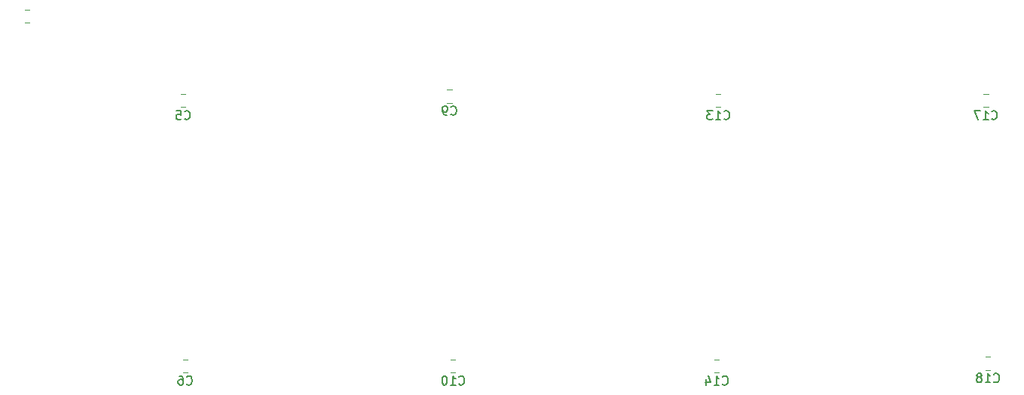
<source format=gbr>
%TF.GenerationSoftware,KiCad,Pcbnew,(6.0.10-0)*%
%TF.CreationDate,2023-01-22T14:07:56+10:30*%
%TF.ProjectId,16p,3136702e-6b69-4636-9164-5f7063625858,rev?*%
%TF.SameCoordinates,Original*%
%TF.FileFunction,Legend,Bot*%
%TF.FilePolarity,Positive*%
%FSLAX46Y46*%
G04 Gerber Fmt 4.6, Leading zero omitted, Abs format (unit mm)*
G04 Created by KiCad (PCBNEW (6.0.10-0)) date 2023-01-22 14:07:56*
%MOMM*%
%LPD*%
G01*
G04 APERTURE LIST*
%ADD10C,0.150000*%
%ADD11C,0.120000*%
G04 APERTURE END LIST*
D10*
%TO.C,C17*%
X126140357Y-12822142D02*
X126187976Y-12869761D01*
X126330833Y-12917380D01*
X126426071Y-12917380D01*
X126568928Y-12869761D01*
X126664166Y-12774523D01*
X126711785Y-12679285D01*
X126759404Y-12488809D01*
X126759404Y-12345952D01*
X126711785Y-12155476D01*
X126664166Y-12060238D01*
X126568928Y-11965000D01*
X126426071Y-11917380D01*
X126330833Y-11917380D01*
X126187976Y-11965000D01*
X126140357Y-12012619D01*
X125187976Y-12917380D02*
X125759404Y-12917380D01*
X125473690Y-12917380D02*
X125473690Y-11917380D01*
X125568928Y-12060238D01*
X125664166Y-12155476D01*
X125759404Y-12203095D01*
X124854642Y-11917380D02*
X124187976Y-11917380D01*
X124616547Y-12917380D01*
%TO.C,C18*%
X126372857Y-42388988D02*
X126420476Y-42436607D01*
X126563333Y-42484226D01*
X126658571Y-42484226D01*
X126801428Y-42436607D01*
X126896666Y-42341369D01*
X126944285Y-42246131D01*
X126991904Y-42055655D01*
X126991904Y-41912798D01*
X126944285Y-41722322D01*
X126896666Y-41627084D01*
X126801428Y-41531846D01*
X126658571Y-41484226D01*
X126563333Y-41484226D01*
X126420476Y-41531846D01*
X126372857Y-41579465D01*
X125420476Y-42484226D02*
X125991904Y-42484226D01*
X125706190Y-42484226D02*
X125706190Y-41484226D01*
X125801428Y-41627084D01*
X125896666Y-41722322D01*
X125991904Y-41769941D01*
X124849047Y-41912798D02*
X124944285Y-41865179D01*
X124991904Y-41817560D01*
X125039523Y-41722322D01*
X125039523Y-41674703D01*
X124991904Y-41579465D01*
X124944285Y-41531846D01*
X124849047Y-41484226D01*
X124658571Y-41484226D01*
X124563333Y-41531846D01*
X124515714Y-41579465D01*
X124468095Y-41674703D01*
X124468095Y-41722322D01*
X124515714Y-41817560D01*
X124563333Y-41865179D01*
X124658571Y-41912798D01*
X124849047Y-41912798D01*
X124944285Y-41960417D01*
X124991904Y-42008036D01*
X125039523Y-42103274D01*
X125039523Y-42293750D01*
X124991904Y-42388988D01*
X124944285Y-42436607D01*
X124849047Y-42484226D01*
X124658571Y-42484226D01*
X124563333Y-42436607D01*
X124515714Y-42388988D01*
X124468095Y-42293750D01*
X124468095Y-42103274D01*
X124515714Y-42008036D01*
X124563333Y-41960417D01*
X124658571Y-41912798D01*
%TO.C,C5*%
X35456666Y-12822142D02*
X35504285Y-12869761D01*
X35647142Y-12917380D01*
X35742380Y-12917380D01*
X35885238Y-12869761D01*
X35980476Y-12774523D01*
X36028095Y-12679285D01*
X36075714Y-12488809D01*
X36075714Y-12345952D01*
X36028095Y-12155476D01*
X35980476Y-12060238D01*
X35885238Y-11965000D01*
X35742380Y-11917380D01*
X35647142Y-11917380D01*
X35504285Y-11965000D01*
X35456666Y-12012619D01*
X34551904Y-11917380D02*
X35028095Y-11917380D01*
X35075714Y-12393571D01*
X35028095Y-12345952D01*
X34932857Y-12298333D01*
X34694761Y-12298333D01*
X34599523Y-12345952D01*
X34551904Y-12393571D01*
X34504285Y-12488809D01*
X34504285Y-12726904D01*
X34551904Y-12822142D01*
X34599523Y-12869761D01*
X34694761Y-12917380D01*
X34932857Y-12917380D01*
X35028095Y-12869761D01*
X35075714Y-12822142D01*
%TO.C,C10*%
X66280361Y-42677142D02*
X66327980Y-42724761D01*
X66470837Y-42772380D01*
X66566075Y-42772380D01*
X66708932Y-42724761D01*
X66804170Y-42629523D01*
X66851789Y-42534285D01*
X66899408Y-42343809D01*
X66899408Y-42200952D01*
X66851789Y-42010476D01*
X66804170Y-41915238D01*
X66708932Y-41820000D01*
X66566075Y-41772380D01*
X66470837Y-41772380D01*
X66327980Y-41820000D01*
X66280361Y-41867619D01*
X65327980Y-42772380D02*
X65899408Y-42772380D01*
X65613694Y-42772380D02*
X65613694Y-41772380D01*
X65708932Y-41915238D01*
X65804170Y-42010476D01*
X65899408Y-42058095D01*
X64708932Y-41772380D02*
X64613694Y-41772380D01*
X64518456Y-41820000D01*
X64470837Y-41867619D01*
X64423218Y-41962857D01*
X64375599Y-42153333D01*
X64375599Y-42391428D01*
X64423218Y-42581904D01*
X64470837Y-42677142D01*
X64518456Y-42724761D01*
X64613694Y-42772380D01*
X64708932Y-42772380D01*
X64804170Y-42724761D01*
X64851789Y-42677142D01*
X64899408Y-42581904D01*
X64947027Y-42391428D01*
X64947027Y-42153333D01*
X64899408Y-41962857D01*
X64851789Y-41867619D01*
X64804170Y-41820000D01*
X64708932Y-41772380D01*
%TO.C,C9*%
X65387084Y-12317142D02*
X65434703Y-12364761D01*
X65577560Y-12412380D01*
X65672798Y-12412380D01*
X65815656Y-12364761D01*
X65910894Y-12269523D01*
X65958513Y-12174285D01*
X66006132Y-11983809D01*
X66006132Y-11840952D01*
X65958513Y-11650476D01*
X65910894Y-11555238D01*
X65815656Y-11460000D01*
X65672798Y-11412380D01*
X65577560Y-11412380D01*
X65434703Y-11460000D01*
X65387084Y-11507619D01*
X64910894Y-12412380D02*
X64720418Y-12412380D01*
X64625179Y-12364761D01*
X64577560Y-12317142D01*
X64482322Y-12174285D01*
X64434703Y-11983809D01*
X64434703Y-11602857D01*
X64482322Y-11507619D01*
X64529941Y-11460000D01*
X64625179Y-11412380D01*
X64815656Y-11412380D01*
X64910894Y-11460000D01*
X64958513Y-11507619D01*
X65006132Y-11602857D01*
X65006132Y-11840952D01*
X64958513Y-11936190D01*
X64910894Y-11983809D01*
X64815656Y-12031428D01*
X64625179Y-12031428D01*
X64529941Y-11983809D01*
X64482322Y-11936190D01*
X64434703Y-11840952D01*
%TO.C,C6*%
X35691344Y-42677142D02*
X35738963Y-42724761D01*
X35881820Y-42772380D01*
X35977058Y-42772380D01*
X36119916Y-42724761D01*
X36215154Y-42629523D01*
X36262773Y-42534285D01*
X36310392Y-42343809D01*
X36310392Y-42200952D01*
X36262773Y-42010476D01*
X36215154Y-41915238D01*
X36119916Y-41820000D01*
X35977058Y-41772380D01*
X35881820Y-41772380D01*
X35738963Y-41820000D01*
X35691344Y-41867619D01*
X34834201Y-41772380D02*
X35024678Y-41772380D01*
X35119916Y-41820000D01*
X35167535Y-41867619D01*
X35262773Y-42010476D01*
X35310392Y-42200952D01*
X35310392Y-42581904D01*
X35262773Y-42677142D01*
X35215154Y-42724761D01*
X35119916Y-42772380D01*
X34929439Y-42772380D01*
X34834201Y-42724761D01*
X34786582Y-42677142D01*
X34738963Y-42581904D01*
X34738963Y-42343809D01*
X34786582Y-42248571D01*
X34834201Y-42200952D01*
X34929439Y-42153333D01*
X35119916Y-42153333D01*
X35215154Y-42200952D01*
X35262773Y-42248571D01*
X35310392Y-42343809D01*
%TO.C,C13*%
X96071189Y-12822142D02*
X96118808Y-12869761D01*
X96261665Y-12917380D01*
X96356903Y-12917380D01*
X96499760Y-12869761D01*
X96594998Y-12774523D01*
X96642617Y-12679285D01*
X96690236Y-12488809D01*
X96690236Y-12345952D01*
X96642617Y-12155476D01*
X96594998Y-12060238D01*
X96499760Y-11965000D01*
X96356903Y-11917380D01*
X96261665Y-11917380D01*
X96118808Y-11965000D01*
X96071189Y-12012619D01*
X95118808Y-12917380D02*
X95690236Y-12917380D01*
X95404522Y-12917380D02*
X95404522Y-11917380D01*
X95499760Y-12060238D01*
X95594998Y-12155476D01*
X95690236Y-12203095D01*
X94785474Y-11917380D02*
X94166427Y-11917380D01*
X94499760Y-12298333D01*
X94356903Y-12298333D01*
X94261665Y-12345952D01*
X94214046Y-12393571D01*
X94166427Y-12488809D01*
X94166427Y-12726904D01*
X94214046Y-12822142D01*
X94261665Y-12869761D01*
X94356903Y-12917380D01*
X94642617Y-12917380D01*
X94737855Y-12869761D01*
X94785474Y-12822142D01*
%TO.C,C14*%
X95892857Y-42677142D02*
X95940476Y-42724761D01*
X96083333Y-42772380D01*
X96178571Y-42772380D01*
X96321428Y-42724761D01*
X96416666Y-42629523D01*
X96464285Y-42534285D01*
X96511904Y-42343809D01*
X96511904Y-42200952D01*
X96464285Y-42010476D01*
X96416666Y-41915238D01*
X96321428Y-41820000D01*
X96178571Y-41772380D01*
X96083333Y-41772380D01*
X95940476Y-41820000D01*
X95892857Y-41867619D01*
X94940476Y-42772380D02*
X95511904Y-42772380D01*
X95226190Y-42772380D02*
X95226190Y-41772380D01*
X95321428Y-41915238D01*
X95416666Y-42010476D01*
X95511904Y-42058095D01*
X94083333Y-42105714D02*
X94083333Y-42772380D01*
X94321428Y-41724761D02*
X94559523Y-42439047D01*
X93940476Y-42439047D01*
D11*
%TO.C,C17*%
X125236248Y-10050000D02*
X125758752Y-10050000D01*
X125236248Y-11520000D02*
X125758752Y-11520000D01*
%TO.C,C18*%
X125468748Y-39616846D02*
X125991252Y-39616846D01*
X125468748Y-41086846D02*
X125991252Y-41086846D01*
%TO.C,C5*%
X35028748Y-10050000D02*
X35551252Y-10050000D01*
X35028748Y-11520000D02*
X35551252Y-11520000D01*
%TO.C,C10*%
X65376252Y-39905000D02*
X65898756Y-39905000D01*
X65376252Y-41375000D02*
X65898756Y-41375000D01*
%TO.C,C9*%
X64959166Y-11015000D02*
X65481670Y-11015000D01*
X64959166Y-9545000D02*
X65481670Y-9545000D01*
%TO.C,C6*%
X35263426Y-41375000D02*
X35785930Y-41375000D01*
X35263426Y-39905000D02*
X35785930Y-39905000D01*
%TO.C,C13*%
X95167080Y-10050000D02*
X95689584Y-10050000D01*
X95167080Y-11520000D02*
X95689584Y-11520000D01*
%TO.C,C2*%
X18041252Y-2005000D02*
X17518748Y-2005000D01*
X18041252Y-535000D02*
X17518748Y-535000D01*
%TO.C,C14*%
X94988748Y-39905000D02*
X95511252Y-39905000D01*
X94988748Y-41375000D02*
X95511252Y-41375000D01*
%TD*%
M02*

</source>
